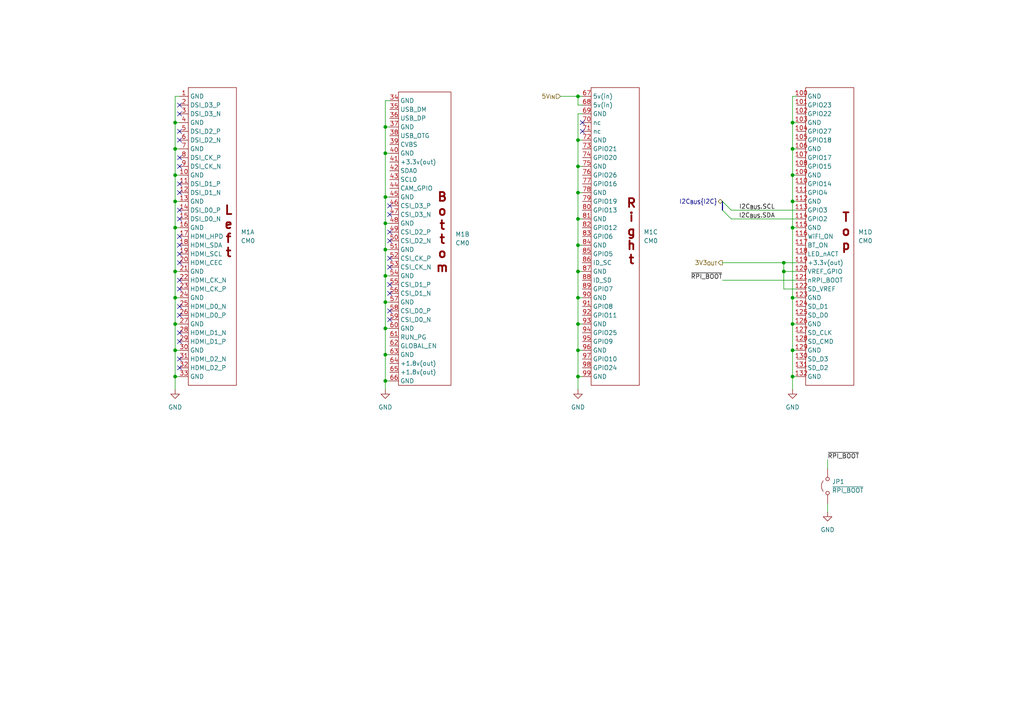
<source format=kicad_sch>
(kicad_sch (version 20250114) (generator "eeschema") (generator_version "9.0")
  (paper "A4")
  (lib_symbols
    (symbol "Jumper:Jumper_2_Open" (pin_numbers (hide yes)) (pin_names (offset 0) (hide yes))
      (property "Reference" "JP" (at 0 2.794 0))
      (property "Value" "Jumper_2_Open" (at 0 -2.286 0))
      (symbol "Jumper_2_Open_0_0"
        (circle (center -2.032 0) (radius 0.508))
        (circle (center 2.032 0) (radius 0.508))
      )
      (symbol "Jumper_2_Open_0_1"
        (arc (start -1.524 1.27) (mid 0 1.778) (end 1.524 1.27))
      )
      (symbol "Jumper_2_Open_1_1"
        (pin passive line (at -5.08 0 0) (length 2.54) (name "A") (number "1"))
        (pin passive line (at 5.08 0 180) (length 2.54) (name "B") (number "2"))
      )
    )
    (symbol "hwboard-bike-computer:CM0"
      (property "Reference" "M" (at -7.112 43.18 0))
      (property "Value" "CM0" (at 3.302 42.926 0))
      (symbol "CM0_1_0"
        (pin power_in line (at -11.43 -41.91 0) (length 2.54) (name "GND") (number "33"))
      )
      (symbol "CM0_1_1"
        (rectangle (start -8.89 41.91) (end 5.08 -44.45))
        (text "L\ne\nf\nt" (at 2.794 0.254 0) (effects (font (size 2.54 2.54) (thickness 0.508) (bold yes))))
        (pin power_in line (at -11.43 39.37 0) (length 2.54) (name "GND") (number "1"))
        (pin output line (at -11.43 36.83 0) (length 2.54) (name "DSI_D3_P") (number "2"))
        (pin output line (at -11.43 34.29 0) (length 2.54) (name "DSI_D3_N") (number "3"))
        (pin power_in line (at -11.43 31.75 0) (length 2.54) (name "GND") (number "4"))
        (pin output line (at -11.43 29.21 0) (length 2.54) (name "DSI_D2_P") (number "5"))
        (pin output line (at -11.43 26.67 0) (length 2.54) (name "DSI_D2_N") (number "6"))
        (pin power_in line (at -11.43 24.13 0) (length 2.54) (name "GND") (number "7"))
        (pin output line (at -11.43 21.59 0) (length 2.54) (name "DSI_CK_P") (number "8"))
        (pin output line (at -11.43 19.05 0) (length 2.54) (name "DSI_CK_N") (number "9"))
        (pin power_in line (at -11.43 16.51 0) (length 2.54) (name "GND") (number "10"))
        (pin output line (at -11.43 13.97 0) (length 2.54) (name "DSI_D1_P") (number "11"))
        (pin output line (at -11.43 11.43 0) (length 2.54) (name "DSI_D1_N") (number "12"))
        (pin power_in line (at -11.43 8.89 0) (length 2.54) (name "GND") (number "13"))
        (pin output line (at -11.43 6.35 0) (length 2.54) (name "DSI_D0_P") (number "14"))
        (pin output line (at -11.43 3.81 0) (length 2.54) (name "DSI_D0_N") (number "15"))
        (pin power_in line (at -11.43 1.27 0) (length 2.54) (name "GND") (number "16"))
        (pin input line (at -11.43 -1.27 0) (length 2.54) (name "HDMI_HPD") (number "17"))
        (pin bidirectional line (at -11.43 -3.81 0) (length 2.54) (name "HDMI_SDA") (number "18"))
        (pin bidirectional line (at -11.43 -6.35 0) (length 2.54) (name "HDMI_SCL") (number "19"))
        (pin output line (at -11.43 -8.89 0) (length 2.54) (name "HDMI_CEC") (number "20"))
        (pin power_in line (at -11.43 -11.43 0) (length 2.54) (name "GND") (number "21"))
        (pin output line (at -11.43 -13.97 0) (length 2.54) (name "HDMI_CK_N") (number "22"))
        (pin output line (at -11.43 -16.51 0) (length 2.54) (name "HDMI_CK_P") (number "23"))
        (pin power_in line (at -11.43 -19.05 0) (length 2.54) (name "GND") (number "24"))
        (pin output line (at -11.43 -21.59 0) (length 2.54) (name "HDMI_D0_N") (number "25"))
        (pin output line (at -11.43 -24.13 0) (length 2.54) (name "HDMI_D0_P") (number "26"))
        (pin power_in line (at -11.43 -26.67 0) (length 2.54) (name "GND") (number "27"))
        (pin output line (at -11.43 -29.21 0) (length 2.54) (name "HDMI_D1_N") (number "28"))
        (pin output line (at -11.43 -31.75 0) (length 2.54) (name "HDMI_D1_P") (number "29"))
        (pin power_in line (at -11.43 -34.29 0) (length 2.54) (name "GND") (number "30"))
        (pin output line (at -11.43 -36.83 0) (length 2.54) (name "HDMI_D2_N") (number "31"))
        (pin output line (at -11.43 -39.37 0) (length 2.54) (name "HDMI_D2_P") (number "32"))
      )
      (symbol "CM0_2_0"
        (pin power_in line (at -8.89 38.1 0) (length 2.54) (name "GND") (number "34"))
        (pin bidirectional line (at -8.89 35.56 0) (length 2.54) (name "USB_DM") (number "35"))
        (pin bidirectional line (at -8.89 33.02 0) (length 2.54) (name "USB_DP") (number "36"))
        (pin power_in line (at -8.89 30.48 0) (length 2.54) (name "GND") (number "37"))
        (pin input line (at -8.89 27.94 0) (length 2.54) (name "USB_OTG") (number "38"))
        (pin output line (at -8.89 25.4 0) (length 2.54) (name "CVBS") (number "39"))
        (pin power_in line (at -8.89 22.86 0) (length 2.54) (name "GND") (number "40"))
        (pin power_out line (at -8.89 20.32 0) (length 2.54) (name "+3.3v(out)") (number "41"))
        (pin bidirectional line (at -8.89 17.78 0) (length 2.54) (name "SDA0") (number "42"))
        (pin bidirectional line (at -8.89 15.24 0) (length 2.54) (name "SCL0") (number "43"))
        (pin bidirectional line (at -8.89 12.7 0) (length 2.54) (name "CAM_GPIO") (number "44"))
        (pin power_in line (at -8.89 10.16 0) (length 2.54) (name "GND") (number "45"))
        (pin output line (at -8.89 7.62 0) (length 2.54) (name "CSI_D3_P") (number "46"))
        (pin output line (at -8.89 5.08 0) (length 2.54) (name "CSI_D3_N") (number "47"))
        (pin power_in line (at -8.89 2.54 0) (length 2.54) (name "GND") (number "48"))
        (pin output line (at -8.89 0 0) (length 2.54) (name "CSI_D2_P") (number "49"))
        (pin output line (at -8.89 -2.54 0) (length 2.54) (name "CSI_D2_N") (number "50"))
        (pin power_in line (at -8.89 -5.08 0) (length 2.54) (name "GND") (number "51"))
        (pin output line (at -8.89 -7.62 0) (length 2.54) (name "CSI_CK_P") (number "52"))
        (pin output line (at -8.89 -10.16 0) (length 2.54) (name "CSI_CK_N") (number "53"))
        (pin power_in line (at -8.89 -12.7 0) (length 2.54) (name "GND") (number "54"))
        (pin output line (at -8.89 -15.24 0) (length 2.54) (name "CSI_D1_P") (number "55"))
        (pin output line (at -8.89 -17.78 0) (length 2.54) (name "CSI_D1_N") (number "56"))
        (pin power_in line (at -8.89 -20.32 0) (length 2.54) (name "GND") (number "57"))
        (pin output line (at -8.89 -22.86 0) (length 2.54) (name "CSI_D0_P") (number "58"))
        (pin output line (at -8.89 -25.4 0) (length 2.54) (name "CSI_D0_N") (number "59"))
        (pin power_in line (at -8.89 -27.94 0) (length 2.54) (name "GND") (number "60"))
        (pin bidirectional line (at -8.89 -30.48 0) (length 2.54) (name "RUN_PG") (number "61"))
        (pin passive line (at -8.89 -33.02 0) (length 2.54) (name "GLOBAL_EN") (number "62"))
        (pin power_in line (at -8.89 -35.56 0) (length 2.54) (name "GND") (number "63"))
        (pin power_out line (at -8.89 -38.1 0) (length 2.54) (name "+1.8v(out)") (number "64"))
        (pin power_out line (at -8.89 -40.64 0) (length 2.54) (name "+1.8v(out)") (number "65"))
        (pin power_in line (at -8.89 -43.18 0) (length 2.54) (name "GND") (number "66"))
      )
      (symbol "CM0_2_1"
        (rectangle (start -6.35 40.64) (end 8.89 -44.45))
        (text "B\no\nt\nt\no\nm" (at 6.35 0 0) (effects (font (size 2.54 2.54) (thickness 0.508) (bold yes))))
      )
      (symbol "CM0_3_0"
        (pin power_in line (at -11.43 -41.91 0) (length 2.54) (name "GND") (number "99"))
      )
      (symbol "CM0_3_1"
        (rectangle (start -8.89 41.91) (end 5.08 -44.45))
        (text "R\ni\ng\nh\nt\n" (at 2.794 0.254 0) (effects (font (size 2.54 2.54) (thickness 0.508) (bold yes))))
        (pin power_in line (at -11.43 39.37 0) (length 2.54) (name "5v(in)") (number "67"))
        (pin power_in line (at -11.43 36.83 0) (length 2.54) (name "5v(in)") (number "68"))
        (pin power_in line (at -11.43 34.29 0) (length 2.54) (name "GND") (number "69"))
        (pin power_out line (at -11.43 31.75 0) (length 2.54) (name "nc") (number "70"))
        (pin power_out line (at -11.43 29.21 0) (length 2.54) (name "nc") (number "71"))
        (pin power_in line (at -11.43 26.67 0) (length 2.54) (name "GND") (number "72"))
        (pin bidirectional line (at -11.43 24.13 0) (length 2.54) (name "GPIO21") (number "73"))
        (pin bidirectional line (at -11.43 21.59 0) (length 2.54) (name "GPIO20") (number "74"))
        (pin power_in line (at -11.43 19.05 0) (length 2.54) (name "GND") (number "75"))
        (pin bidirectional line (at -11.43 16.51 0) (length 2.54) (name "GPIO26") (number "76"))
        (pin bidirectional line (at -11.43 13.97 0) (length 2.54) (name "GPIO16") (number "77"))
        (pin power_in line (at -11.43 11.43 0) (length 2.54) (name "GND") (number "78"))
        (pin bidirectional line (at -11.43 8.89 0) (length 2.54) (name "GPIO19") (number "79"))
        (pin bidirectional line (at -11.43 6.35 0) (length 2.54) (name "GPIO13") (number "80"))
        (pin power_in line (at -11.43 3.81 0) (length 2.54) (name "GND") (number "81"))
        (pin bidirectional line (at -11.43 1.27 0) (length 2.54) (name "GPIO12") (number "82"))
        (pin bidirectional line (at -11.43 -1.27 0) (length 2.54) (name "GPIO6") (number "83"))
        (pin power_in line (at -11.43 -3.81 0) (length 2.54) (name "GND") (number "84"))
        (pin bidirectional line (at -11.43 -6.35 0) (length 2.54) (name "GPIO5") (number "85"))
        (pin bidirectional line (at -11.43 -8.89 0) (length 2.54) (name "ID_SC") (number "86"))
        (pin power_in line (at -11.43 -11.43 0) (length 2.54) (name "GND") (number "87"))
        (pin bidirectional line (at -11.43 -13.97 0) (length 2.54) (name "ID_SD") (number "88"))
        (pin bidirectional line (at -11.43 -16.51 0) (length 2.54) (name "GPIO7") (number "89"))
        (pin power_in line (at -11.43 -19.05 0) (length 2.54) (name "GND") (number "90"))
        (pin bidirectional line (at -11.43 -21.59 0) (length 2.54) (name "GPIO8") (number "91"))
        (pin bidirectional line (at -11.43 -24.13 0) (length 2.54) (name "GPIO11") (number "92"))
        (pin power_in line (at -11.43 -26.67 0) (length 2.54) (name "GND") (number "93"))
        (pin bidirectional line (at -11.43 -29.21 0) (length 2.54) (name "GPIO25") (number "94"))
        (pin bidirectional line (at -11.43 -31.75 0) (length 2.54) (name "GPIO9") (number "95"))
        (pin power_in line (at -11.43 -34.29 0) (length 2.54) (name "GND") (number "96"))
        (pin bidirectional line (at -11.43 -36.83 0) (length 2.54) (name "GPIO10") (number "97"))
        (pin bidirectional line (at -11.43 -39.37 0) (length 2.54) (name "GPIO24") (number "98"))
      )
      (symbol "CM0_4_0"
        (pin power_in line (at -11.43 -41.91 0) (length 2.54) (name "GND") (number "132"))
      )
      (symbol "CM0_4_1"
        (rectangle (start -8.89 41.91) (end 5.08 -44.45))
        (text "T\no\np\n" (at 2.794 0.254 0) (effects (font (size 2.54 2.54) (thickness 0.508) (bold yes))))
        (pin power_in line (at -11.43 39.37 0) (length 2.54) (name "GND") (number "100"))
        (pin bidirectional line (at -11.43 36.83 0) (length 2.54) (name "GPIO23") (number "101"))
        (pin bidirectional line (at -11.43 34.29 0) (length 2.54) (name "GPIO22") (number "102"))
        (pin power_in line (at -11.43 31.75 0) (length 2.54) (name "GND") (number "103"))
        (pin bidirectional line (at -11.43 29.21 0) (length 2.54) (name "GPIO27") (number "104"))
        (pin bidirectional line (at -11.43 26.67 0) (length 2.54) (name "GPIO18") (number "105"))
        (pin power_in line (at -11.43 24.13 0) (length 2.54) (name "GND") (number "106"))
        (pin bidirectional line (at -11.43 21.59 0) (length 2.54) (name "GPIO17") (number "107"))
        (pin bidirectional line (at -11.43 19.05 0) (length 2.54) (name "GPIO15") (number "108"))
        (pin power_in line (at -11.43 16.51 0) (length 2.54) (name "GND") (number "109"))
        (pin bidirectional line (at -11.43 13.97 0) (length 2.54) (name "GPIO14") (number "110"))
        (pin bidirectional line (at -11.43 11.43 0) (length 2.54) (name "GPIO4") (number "111"))
        (pin power_in line (at -11.43 8.89 0) (length 2.54) (name "GND") (number "112"))
        (pin bidirectional line (at -11.43 6.35 0) (length 2.54) (name "GPIO3") (number "113"))
        (pin bidirectional line (at -11.43 3.81 0) (length 2.54) (name "GPIO2") (number "114"))
        (pin power_in line (at -11.43 1.27 0) (length 2.54) (name "GND") (number "115"))
        (pin bidirectional line (at -11.43 -1.27 0) (length 2.54) (name "WiFi_ON") (number "116"))
        (pin bidirectional line (at -11.43 -3.81 0) (length 2.54) (name "BT_ON") (number "117"))
        (pin output line (at -11.43 -6.35 0) (length 2.54) (name "LED_nACT") (number "118"))
        (pin power_out line (at -11.43 -8.89 0) (length 2.54) (name "+3.3v(out)") (number "119"))
        (pin power_in line (at -11.43 -11.43 0) (length 2.54) (name "VREF_GPIO") (number "120"))
        (pin input line (at -11.43 -13.97 0) (length 2.54) (name "nRPI_BOOT") (number "121"))
        (pin power_in line (at -11.43 -16.51 0) (length 2.54) (name "SD_VREF") (number "122"))
        (pin power_in line (at -11.43 -19.05 0) (length 2.54) (name "GND") (number "123"))
        (pin bidirectional line (at -11.43 -21.59 0) (length 2.54) (name "SD_D1") (number "124"))
        (pin bidirectional line (at -11.43 -24.13 0) (length 2.54) (name "SD_D0") (number "125"))
        (pin power_in line (at -11.43 -26.67 0) (length 2.54) (name "GND") (number "126"))
        (pin bidirectional line (at -11.43 -29.21 0) (length 2.54) (name "SD_CLK") (number "127"))
        (pin bidirectional line (at -11.43 -31.75 0) (length 2.54) (name "SD_CMD") (number "128"))
        (pin power_in line (at -11.43 -34.29 0) (length 2.54) (name "GND") (number "129"))
        (pin bidirectional line (at -11.43 -36.83 0) (length 2.54) (name "SD_D3") (number "130"))
        (pin bidirectional line (at -11.43 -39.37 0) (length 2.54) (name "SD_D2") (number "131"))
      )
    )
    (symbol "power:GND" (power) (pin_numbers (hide yes)) (pin_names (offset 0) (hide yes))
      (property "Value" "GND" (at 0 -3.81 0))
      (symbol "GND_0_1"
        (polyline (pts (xy 0 0) (xy 0 -1.27) (xy 1.27 -1.27) (xy 0 -2.54) (xy -1.27 -1.27) (xy 0 -1.27)))
      )
      (symbol "GND_1_1"
        (pin power_in line (at 0 0 270) (length 0) (name "~") (number "1"))
      )
    )
  )
  (bus_alias "I2C" (members "SDA" "SCL"))
  (junction (at 167.64 48.26))
  (junction (at 111.76 110.49))
  (junction (at 167.64 78.74))
  (junction (at 229.87 58.42))
  (junction (at 167.64 63.5))
  (junction (at 50.8 58.42))
  (junction (at 50.8 109.22))
  (junction (at 50.8 43.18))
  (junction (at 50.8 93.98))
  (junction (at 50.8 101.6))
  (junction (at 111.76 57.15))
  (junction (at 111.76 44.45))
  (junction (at 229.87 93.98))
  (junction (at 229.87 86.36))
  (junction (at 50.8 78.74))
  (junction (at 167.64 40.64))
  (junction (at 111.76 102.87))
  (junction (at 167.64 101.6))
  (junction (at 167.64 55.88))
  (junction (at 50.8 86.36))
  (junction (at 111.76 64.77))
  (junction (at 50.8 35.56))
  (junction (at 229.87 66.04))
  (junction (at 111.76 87.63))
  (junction (at 167.64 93.98))
  (junction (at 111.76 95.25))
  (junction (at 229.87 35.56))
  (junction (at 111.76 36.83))
  (junction (at 229.87 50.8))
  (junction (at 167.64 27.94))
  (junction (at 111.76 72.39))
  (junction (at 229.87 109.22))
  (junction (at 50.8 66.04))
  (junction (at 227.33 76.2))
  (junction (at 50.8 50.8))
  (junction (at 111.76 80.01))
  (junction (at 167.64 71.12))
  (junction (at 167.64 109.22))
  (junction (at 229.87 101.6))
  (junction (at 167.64 86.36))
  (junction (at 229.87 43.18))
  (junction (at 227.33 78.74))
  (no_connect (at 113.03 62.23))
  (no_connect (at 52.07 99.06))
  (no_connect (at 168.91 35.56))
  (no_connect (at 52.07 30.48))
  (no_connect (at 52.07 55.88))
  (no_connect (at 113.03 85.09))
  (no_connect (at 52.07 91.44))
  (no_connect (at 52.07 68.58))
  (no_connect (at 52.07 40.64))
  (no_connect (at 113.03 92.71))
  (no_connect (at 52.07 96.52))
  (no_connect (at 52.07 63.5))
  (no_connect (at 52.07 45.72))
  (no_connect (at 52.07 104.14))
  (no_connect (at 113.03 69.85))
  (no_connect (at 113.03 67.31))
  (no_connect (at 52.07 73.66))
  (no_connect (at 52.07 60.96))
  (no_connect (at 52.07 83.82))
  (no_connect (at 52.07 88.9))
  (no_connect (at 52.07 33.02))
  (no_connect (at 52.07 53.34))
  (no_connect (at 52.07 106.68))
  (no_connect (at 113.03 59.69))
  (no_connect (at 52.07 71.12))
  (no_connect (at 113.03 82.55))
  (no_connect (at 52.07 48.26))
  (no_connect (at 168.91 38.1))
  (no_connect (at 113.03 77.47))
  (no_connect (at 113.03 90.17))
  (no_connect (at 52.07 38.1))
  (no_connect (at 52.07 81.28))
  (no_connect (at 52.07 76.2))
  (no_connect (at 113.03 74.93))
  (bus_entry (at 209.55 58.42) (size 2.54 2.54))
  (bus_entry (at 209.55 60.96) (size 2.54 2.54))
  (wire (pts (xy 50.8 35.56) (xy 52.07 35.56)))
  (wire (pts (xy 111.76 36.83) (xy 111.76 29.21)))
  (wire (pts (xy 50.8 50.8) (xy 52.07 50.8)))
  (wire (pts (xy 229.87 43.18) (xy 231.14 43.18)))
  (wire (pts (xy 111.76 95.25) (xy 113.03 95.25)))
  (wire (pts (xy 111.76 87.63) (xy 111.76 80.01)))
  (wire (pts (xy 167.64 40.64) (xy 167.64 33.02)))
  (bus (pts (xy 209.55 58.42) (xy 209.55 60.96)))
  (wire (pts (xy 167.64 113.03) (xy 167.64 109.22)))
  (wire (pts (xy 167.64 93.98) (xy 168.91 93.98)))
  (wire (pts (xy 229.87 109.22) (xy 229.87 113.03)))
  (wire (pts (xy 50.8 66.04) (xy 52.07 66.04)))
  (wire (pts (xy 167.64 93.98) (xy 167.64 86.36)))
  (wire (pts (xy 229.87 101.6) (xy 229.87 109.22)))
  (wire (pts (xy 50.8 66.04) (xy 50.8 78.74)))
  (wire (pts (xy 229.87 43.18) (xy 229.87 50.8)))
  (wire (pts (xy 229.87 86.36) (xy 229.87 93.98)))
  (wire (pts (xy 50.8 35.56) (xy 50.8 43.18)))
  (wire (pts (xy 229.87 86.36) (xy 231.14 86.36)))
  (wire (pts (xy 111.76 36.83) (xy 113.03 36.83)))
  (wire (pts (xy 168.91 30.48) (xy 167.64 30.48)))
  (wire (pts (xy 227.33 83.82) (xy 227.33 78.74)))
  (wire (pts (xy 209.55 81.28) (xy 231.14 81.28)))
  (wire (pts (xy 231.14 27.94) (xy 229.87 27.94)))
  (wire (pts (xy 167.64 63.5) (xy 167.64 55.88)))
  (wire (pts (xy 52.07 27.94) (xy 50.8 27.94)))
  (wire (pts (xy 111.76 64.77) (xy 111.76 57.15)))
  (wire (pts (xy 111.76 110.49) (xy 113.03 110.49)))
  (wire (pts (xy 111.76 57.15) (xy 111.76 44.45)))
  (wire (pts (xy 229.87 93.98) (xy 229.87 101.6)))
  (wire (pts (xy 111.76 87.63) (xy 113.03 87.63)))
  (wire (pts (xy 212.09 63.5) (xy 231.14 63.5)))
  (wire (pts (xy 231.14 35.56) (xy 229.87 35.56)))
  (wire (pts (xy 229.87 50.8) (xy 231.14 50.8)))
  (wire (pts (xy 162.56 27.94) (xy 167.64 27.94)))
  (wire (pts (xy 50.8 93.98) (xy 50.8 101.6)))
  (wire (pts (xy 229.87 93.98) (xy 231.14 93.98)))
  (wire (pts (xy 167.64 48.26) (xy 168.91 48.26)))
  (wire (pts (xy 50.8 101.6) (xy 50.8 109.22)))
  (wire (pts (xy 111.76 44.45) (xy 113.03 44.45)))
  (wire (pts (xy 229.87 27.94) (xy 229.87 35.56)))
  (wire (pts (xy 167.64 27.94) (xy 168.91 27.94)))
  (wire (pts (xy 50.8 50.8) (xy 50.8 58.42)))
  (wire (pts (xy 111.76 80.01) (xy 111.76 72.39)))
  (wire (pts (xy 50.8 93.98) (xy 52.07 93.98)))
  (wire (pts (xy 240.03 146.05) (xy 240.03 148.59)))
  (wire (pts (xy 167.64 101.6) (xy 168.91 101.6)))
  (wire (pts (xy 167.64 40.64) (xy 168.91 40.64)))
  (wire (pts (xy 50.8 58.42) (xy 52.07 58.42)))
  (wire (pts (xy 229.87 109.22) (xy 231.14 109.22)))
  (wire (pts (xy 50.8 78.74) (xy 50.8 86.36)))
  (wire (pts (xy 111.76 80.01) (xy 113.03 80.01)))
  (wire (pts (xy 167.64 78.74) (xy 168.91 78.74)))
  (wire (pts (xy 167.64 33.02) (xy 168.91 33.02)))
  (wire (pts (xy 50.8 78.74) (xy 52.07 78.74)))
  (wire (pts (xy 167.64 55.88) (xy 168.91 55.88)))
  (wire (pts (xy 50.8 101.6) (xy 52.07 101.6)))
  (wire (pts (xy 111.76 95.25) (xy 111.76 87.63)))
  (wire (pts (xy 167.64 71.12) (xy 168.91 71.12)))
  (wire (pts (xy 167.64 78.74) (xy 167.64 71.12)))
  (wire (pts (xy 111.76 110.49) (xy 111.76 102.87)))
  (wire (pts (xy 227.33 78.74) (xy 231.14 78.74)))
  (wire (pts (xy 167.64 86.36) (xy 168.91 86.36)))
  (wire (pts (xy 229.87 58.42) (xy 231.14 58.42)))
  (wire (pts (xy 50.8 58.42) (xy 50.8 66.04)))
  (wire (pts (xy 50.8 86.36) (xy 50.8 93.98)))
  (wire (pts (xy 111.76 102.87) (xy 113.03 102.87)))
  (wire (pts (xy 212.09 60.96) (xy 231.14 60.96)))
  (wire (pts (xy 227.33 76.2) (xy 231.14 76.2)))
  (wire (pts (xy 229.87 66.04) (xy 231.14 66.04)))
  (wire (pts (xy 111.76 57.15) (xy 113.03 57.15)))
  (wire (pts (xy 229.87 35.56) (xy 229.87 43.18)))
  (wire (pts (xy 111.76 72.39) (xy 113.03 72.39)))
  (wire (pts (xy 111.76 64.77) (xy 113.03 64.77)))
  (wire (pts (xy 50.8 109.22) (xy 50.8 113.03)))
  (wire (pts (xy 229.87 50.8) (xy 229.87 58.42)))
  (wire (pts (xy 167.64 71.12) (xy 167.64 63.5)))
  (wire (pts (xy 111.76 113.03) (xy 111.76 110.49)))
  (wire (pts (xy 50.8 43.18) (xy 50.8 50.8)))
  (wire (pts (xy 227.33 78.74) (xy 227.33 76.2)))
  (wire (pts (xy 111.76 29.21) (xy 113.03 29.21)))
  (wire (pts (xy 111.76 44.45) (xy 111.76 36.83)))
  (wire (pts (xy 111.76 72.39) (xy 111.76 64.77)))
  (wire (pts (xy 167.64 63.5) (xy 168.91 63.5)))
  (wire (pts (xy 167.64 30.48) (xy 167.64 27.94)))
  (wire (pts (xy 209.55 76.2) (xy 227.33 76.2)))
  (wire (pts (xy 167.64 55.88) (xy 167.64 48.26)))
  (wire (pts (xy 229.87 101.6) (xy 231.14 101.6)))
  (wire (pts (xy 229.87 66.04) (xy 229.87 86.36)))
  (wire (pts (xy 167.64 101.6) (xy 167.64 93.98)))
  (wire (pts (xy 50.8 86.36) (xy 52.07 86.36)))
  (wire (pts (xy 167.64 109.22) (xy 168.91 109.22)))
  (wire (pts (xy 231.14 83.82) (xy 227.33 83.82)))
  (wire (pts (xy 167.64 48.26) (xy 167.64 40.64)))
  (wire (pts (xy 167.64 109.22) (xy 167.64 101.6)))
  (wire (pts (xy 50.8 43.18) (xy 52.07 43.18)))
  (wire (pts (xy 167.64 86.36) (xy 167.64 78.74)))
  (wire (pts (xy 229.87 58.42) (xy 229.87 66.04)))
  (wire (pts (xy 50.8 109.22) (xy 52.07 109.22)))
  (wire (pts (xy 50.8 27.94) (xy 50.8 35.56)))
  (wire (pts (xy 111.76 102.87) (xy 111.76 95.25)))
  (wire (pts (xy 240.03 133.35) (xy 240.03 135.89)))
  (label "~{RPI_BOOT}" (at 240.03 133.35 0))
  (label "~{RPI_BOOT}" (at 209.55 81.28 180))
  (label "I2C_{BUS}.SCL" (at 224.79 60.96 180))
  (label "I2C_{BUS}.SDA" (at 224.79 63.5 180))
  (hierarchical_label "3V3_{OUT}" (shape output) (at 209.55 76.2 180))
  (hierarchical_label "I2C_{BUS}{I2C}" (shape bidirectional) (at 209.55 58.42 180))
  (hierarchical_label "5V_{IN}" (shape input) (at 162.56 27.94 180))
  (symbol (lib_id "Jumper:Jumper_2_Open") (at 240.03 140.97 90) (unit 1)
    (property "Reference" "JP1" (at 241.3 139.6999 90) (effects (justify right)))
    (property "Value" "~{RPI_BOOT}" (at 241.3 142.2399 90) (effects (justify right)))
    (property "Description" "Jumper, 2-pole, open" (effects (hide yes)))
  )
  (symbol (lib_id "hwboard-bike-computer:CM0") (at 180.34 67.31 0) (unit 3)
    (property "Reference" "M1" (at 186.69 67.3099 0) (effects (justify left)))
    (property "Value" "CM0" (at 186.69 69.8499 0) (effects (justify left)))
    (property "Footprint" "hwboard-bike-computer:CM0" (effects (hide yes)))
    (property "Description" "RaspberryPi Compute Mopdule 0" (effects (hide yes)))
  )
  (symbol (lib_id "hwboard-bike-computer:CM0") (at 242.57 67.31 0) (unit 4)
    (property "Reference" "M1" (at 248.92 67.3099 0) (effects (justify left)))
    (property "Value" "CM0" (at 248.92 69.8499 0) (effects (justify left)))
    (property "Footprint" "hwboard-bike-computer:CM0" (effects (hide yes)))
    (property "Description" "RaspberryPi Compute Mopdule 0" (effects (hide yes)))
  )
  (symbol (lib_id "hwboard-bike-computer:CM0") (at 121.92 67.31 0) (unit 2)
    (property "Reference" "M1" (at 132.08 67.9449 0) (effects (justify left)))
    (property "Value" "CM0" (at 132.08 70.4849 0) (effects (justify left)))
    (property "Footprint" "hwboard-bike-computer:CM0" (effects (hide yes)))
    (property "Description" "RaspberryPi Compute Mopdule 0" (effects (hide yes)))
  )
  (symbol (lib_id "hwboard-bike-computer:CM0") (at 63.5 67.31 0) (unit 1)
    (property "Reference" "M1" (at 69.85 67.3099 0) (effects (justify left)))
    (property "Value" "CM0" (at 69.85 69.8499 0) (effects (justify left)))
    (property "Footprint" "hwboard-bike-computer:CM0" (effects (hide yes)))
    (property "Description" "RaspberryPi Compute Mopdule 0" (effects (hide yes)))
  )
  (symbol (lib_id "power:GND") (at 50.8 113.03 0) (unit 1)
    (property "Reference" "#PWR01" (effects (hide yes)))
    (property "Value" "GND" (at 50.8 118.11 0))
    (property "Description" "Power symbol creates a global label with name \"GND\" , ground" (effects (hide yes)))
  )
  (symbol (lib_id "power:GND") (at 167.64 113.03 0) (unit 1)
    (property "Reference" "#PWR03" (effects (hide yes)))
    (property "Value" "GND" (at 167.64 118.11 0))
    (property "Description" "Power symbol creates a global label with name \"GND\" , ground" (effects (hide yes)))
  )
  (symbol (lib_id "power:GND") (at 240.03 148.59 0) (unit 1)
    (property "Reference" "#PWR05" (effects (hide yes)))
    (property "Value" "GND" (at 240.03 153.67 0))
    (property "Description" "Power symbol creates a global label with name \"GND\" , ground" (effects (hide yes)))
  )
  (symbol (lib_id "power:GND") (at 229.87 113.03 0) (unit 1)
    (property "Reference" "#PWR04" (effects (hide yes)))
    (property "Value" "GND" (at 229.87 118.11 0))
    (property "Description" "Power symbol creates a global label with name \"GND\" , ground" (effects (hide yes)))
  )
  (symbol (lib_id "power:GND") (at 111.76 113.03 0) (unit 1)
    (property "Reference" "#PWR02" (effects (hide yes)))
    (property "Value" "GND" (at 111.76 118.11 0))
    (property "Description" "Power symbol creates a global label with name \"GND\" , ground" (effects (hide yes)))
  )
)
</source>
